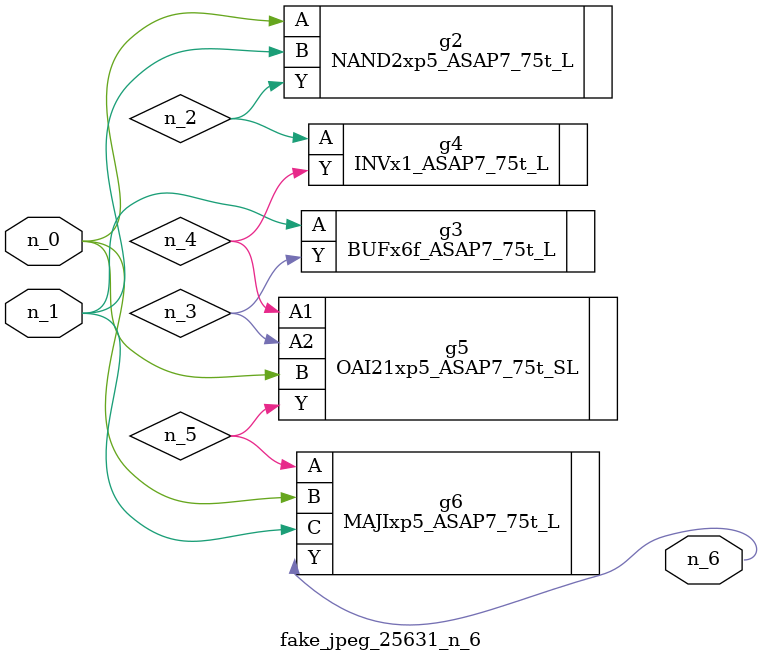
<source format=v>
module fake_jpeg_25631_n_6 (n_0, n_1, n_6);

input n_0;
input n_1;

output n_6;

wire n_3;
wire n_2;
wire n_4;
wire n_5;

NAND2xp5_ASAP7_75t_L g2 ( 
.A(n_0),
.B(n_1),
.Y(n_2)
);

BUFx6f_ASAP7_75t_L g3 ( 
.A(n_1),
.Y(n_3)
);

INVx1_ASAP7_75t_L g4 ( 
.A(n_2),
.Y(n_4)
);

OAI21xp5_ASAP7_75t_SL g5 ( 
.A1(n_4),
.A2(n_3),
.B(n_0),
.Y(n_5)
);

MAJIxp5_ASAP7_75t_L g6 ( 
.A(n_5),
.B(n_0),
.C(n_1),
.Y(n_6)
);


endmodule
</source>
